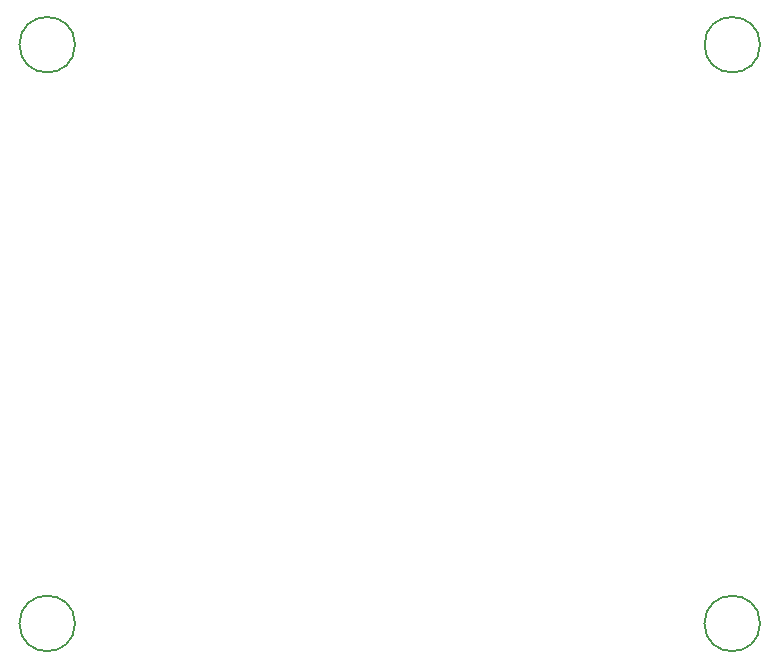
<source format=gbr>
%TF.GenerationSoftware,KiCad,Pcbnew,7.0.7*%
%TF.CreationDate,2023-11-11T20:47:19+01:00*%
%TF.ProjectId,LITEXCNC-HUB75HAT,4c495445-5843-44e4-932d-485542373548,rev?*%
%TF.SameCoordinates,Original*%
%TF.FileFunction,Other,Comment*%
%FSLAX46Y46*%
G04 Gerber Fmt 4.6, Leading zero omitted, Abs format (unit mm)*
G04 Created by KiCad (PCBNEW 7.0.7) date 2023-11-11 20:47:19*
%MOMM*%
%LPD*%
G01*
G04 APERTURE LIST*
%ADD10C,0.150000*%
G04 APERTURE END LIST*
D10*
%TO.C,REF\u002A\u002A*%
X25910000Y70112000D02*
G75*
G03*
X25910000Y70112000I-2350000J0D01*
G01*
X83910000Y21112000D02*
G75*
G03*
X83910000Y21112000I-2350000J0D01*
G01*
X25910000Y21112000D02*
G75*
G03*
X25910000Y21112000I-2350000J0D01*
G01*
X83910000Y70112000D02*
G75*
G03*
X83910000Y70112000I-2350000J0D01*
G01*
%TD*%
M02*

</source>
